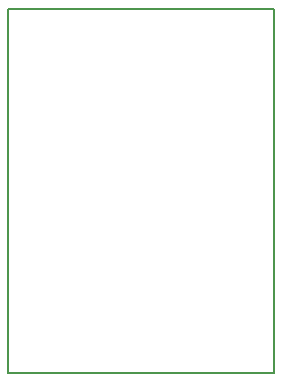
<source format=gbr>
G04 #@! TF.GenerationSoftware,KiCad,Pcbnew,(5.0.0-3-g5ebb6b6)*
G04 #@! TF.CreationDate,2018-09-18T17:23:57-07:00*
G04 #@! TF.ProjectId,phone_charger,70686F6E655F636861726765722E6B69,rev?*
G04 #@! TF.SameCoordinates,Original*
G04 #@! TF.FileFunction,Profile,NP*
%FSLAX46Y46*%
G04 Gerber Fmt 4.6, Leading zero omitted, Abs format (unit mm)*
G04 Created by KiCad (PCBNEW (5.0.0-3-g5ebb6b6)) date Tuesday, September 18, 2018 at 05:23:57 PM*
%MOMM*%
%LPD*%
G01*
G04 APERTURE LIST*
%ADD10C,0.150000*%
G04 APERTURE END LIST*
D10*
X87528400Y-84429600D02*
X87528400Y-53644800D01*
X110083600Y-84429600D02*
X87528400Y-84429600D01*
X110083600Y-53644800D02*
X110083600Y-84429600D01*
X87528400Y-53644800D02*
X110083600Y-53644800D01*
M02*

</source>
